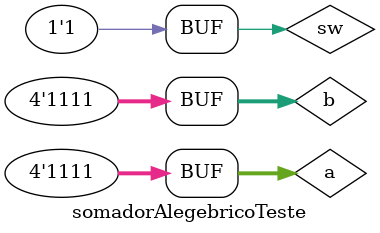
<source format=v>
module comp1(s, a);
	output [3:0]s;
	input  [3:0]a;

	not A(s[0], a[0]);
	not B(s[1], a[1]);
	not C(s[2], a[2]);
	not D(s[3], a[3]);
endmodule

// ----------------------------------------------
// -- SOMA 1 A SAIDA DO CIRCUITO
// ----------------------------------------------
module somadorDe1(s, c, a);
	output s;
	output c;
	input  a;
	
	wire x1, x2;
	
	not N(x1, a);
	or  C(x2, x1, a);
	and A(c, x2, a);
	xor B(s, x2, a);
endmodule
// ----------------------------------------------
// -- HALF ADDER CONVENCIONAL
// ----------------------------------------------
module halfAdder(s, c, a, b);
	output s;
	output c;
	input  a;
	input  b;
	
	and A(c, a, b);
	xor B(s, a, b);
endmodule
// ----------------------------------------------
// -- COMPLEMENTO DE 2 COM 4 BITS
// ----------------------------------------------
module comp2(s, co, a);
	 output [3:0]s;
	 output  	co;
	 input  [3:0]a;
	 
	 wire [3:0]x;
	 wire [2:0]c;
	 comp1 COMP1(x, a);
	 somadorDe1 		  ADD  (s[0], c[0], x[0]);
	 halfAdder					A(s[1], c[1], x[1], c[0]);
	 halfAdder					B(s[2], c[2], x[2], c[1]);
	 halfAdder					C(s[3],   co, x[3], c[2]);
endmodule

// ---------------------------
// -- HALF ADDER
// ---------------------------
module halfAdder2(output s,
					  output carryOut,
						input a,
						input carryIn);
	xor A(carryOut, carryIn, a);
	and B(s, a, carryIn);
endmodule

// ---------------------------
// -- FULL ADDER
// ---------------------------
module fullAdder2(output s,
					  output carryOut,
					  input carryIn,
					  input a,
					  input b);
	
	wire c0, s0, s1;
	halfAdder2 A(s0, c0, a, carryIn);
	halfAdder2 B(s1, s, b, c0 );
	or 		 C(carryOut, s0, s1);
endmodule

// ---------------------------
// -- FULL ADDER 4Bits
// ---------------------------
module fullAdder4B(output [3:0]s,
						 output co,
							input[3:0]a,
							input[3:0]b,
							input ci);
	wire [2:0]c;
	fullAdder2 A(s[0], c[0], ci, b[0], a[0]);
	fullAdder2 B(s[1], c[1], c[0], a[1], b[1]);
	fullAdder2 C(s[2], c[2], c[1], a[2], b[2]);
	fullAdder2 D(s[3],   co, c[2], a[3], b[3]);

endmodule

// ----------------------------------------------
// -- Switch_2op_4Bits
// ----------------------------------------------
module switch(s, a , b, sw);
	output [3:0]s;
	input  [3:0]a;
	input  [3:0]b;
	input 	  sw;
	
	wire x0, x1, x2, x3;
	wire y0, y1, y2, y3, y4, y5, y6, y7;
	
	not N0(x0, sw);
	not N1(x1, sw);
	not N2(x2, sw);
	not N3(x3, sw);
	and  A(y0, x0, a[3]);
	and  B(y1, sw, b[3]);
	and  C(y2, x1, a[2]);
	and  D(y3, sw, b[2]);
	and  E(y4, x2, a[1]);
	and  F(y5, sw, b[1]);
	and  G(y6, x3, a[0]);
	and  H(y7, sw, b[0]);
	or	  I(s[3], y0, y1);
	or   J(s[2], y2, y3);
	or   K(s[1], y4, y5);
	or   L(s[0], y6, y7);
endmodule // -- fim modulo

// ----------------------------------------------
// -- ZERADOR DE BITS
// ----------------------------------------------
module zerador(s, a);
	output s;
	input  a;
	
	wire x;
	
	not N(x, a);
	and A(s, x, a);
endmodule // -- fim modulo

// ----------------------------------------------
// -- SOMADOR ALGEBRICO PARA 4 BITS
// ----------------------------------------------
module somadorAlgebrico(s, co, a, b, sw);
// -- Variaveis de entrada do modulo
	output [3:0]s;
	output 	  co;
	input  [3:0]a;
	input  [3:0]b;
	input  	  sw;

// -- conexoes auxiliares
	wire  [3:0]scomp;
	wire  [3:0]smux4;
	wire	bdC2;
	wire  cOut;
	wire  cIn;
	wire 	x;
// -- circuitos do modulo
	comp2 		COMP2(scomp, co, b);
	zerador		ZBIT1(x, bdC2); 	
	switch		MUX4B(smux4, b, scomp, sw);
	zerador		ZBIT2(cIn, sw);
	fullAdder4B ADDER(s, cOut, a, smux4, cIn);	
endmodule // -- fim modulo


// ----------------------------------------------
// -- MODULO DE TESTES
// ----------------------------------------------
module somadorAlegebricoTeste;
	reg  [3:0]a;
	reg  [3:0]b;
	reg 		sw;
	wire 		co;
	wire [3:0]s;
	
	
	somadorAlgebrico A(s, co, a, b, sw);
	
	initial begin:start
		a  = 4'b0000;
		b  = 4'b0000;
		sw = 0;
	end
	
	initial begin
		$display("-------------------------------");
		$display("Exemplo0031 - SOMADOR ALGEBRICO");
		$display("Alexandre Palmieri Sad - 440265");
		$display("-------------------------------");
		
		$monitor("\t%4b + %4b = %4b", a, b, s);
		
	#1
		a = 4'b0001; b = 4'b0001;
	#1
		a = 4'b0001; b = 4'b0000;	
	#1
		a = 4'b0001; b = 4'b0010;
	#1
		a = 4'b0001; b = 4'b0011;
	#1
		a = 4'b0001; b = 4'b0100;
	#1
		a = 4'b0001; b = 4'b0101;
	#1
		a = 4'b0001; b = 4'b0110;
	#1
		a = 4'b0001; b = 4'b0111;
	#1
		a = 4'b0001; b = 4'b1000;
// -- 8		
	#1
		a = 4'b0010; b = 4'b0001;
	#1
		a = 4'b0010; b = 4'b0000;	
	#1
		a = 4'b0010; b = 4'b0010;
	#1
		a = 4'b0010; b = 4'b0011;
	#1
		a = 4'b0010; b = 4'b0100;
	#1
		a = 4'b0010; b = 4'b0101;
	#1
		a = 4'b0010; b = 4'b0110;
	#1
		a = 4'b0010; b = 4'b0111;
	#1
		a = 4'b0010; b = 4'b1000;
// -- 16		
	#1
		a = 4'b0011; b = 4'b0001;
	#1
		a = 4'b0011; b = 4'b0000;	
	#1
		a = 4'b0011; b = 4'b0010;
	#1
		a = 4'b0011; b = 4'b0011;
	#1
		a = 4'b0011; b = 4'b0100;
	#1
		a = 4'b0011; b = 4'b0101;
	#1
		a = 4'b0011; b = 4'b0110;
	#1
		a = 4'b0011; b = 4'b0111;
	#1
		a = 4'b0011; b = 4'b1000;
// -- 32		
	#1
		a = 4'b0100; b = 4'b0001;
	#1
		a = 4'b0100; b = 4'b0000;	
	#1
		a = 4'b0100; b = 4'b0010;
	#1
		a = 4'b0100; b = 4'b0011;
	#1
		a = 4'b0100; b = 4'b0100;
	#1
		a = 4'b0100; b = 4'b0101;
	#1
		a = 4'b0100; b = 4'b0110;
	#1
		a = 4'b0100; b = 4'b0111;
	#1
		a = 4'b0100; b = 4'b1000;
	#1
		a = 4'b1111; b = 4'b1111;
	#1
		sw = 1;
	$display("-------------------------------");
	$monitor("\t%4b - %4b = %4b", a, b, s);
// -- teste com o switch para subtracao
	#1
		a = 4'b0001; b = 4'b0001;
	#1
		a = 4'b0001; b = 4'b0000;	
	#1
		a = 4'b0001; b = 4'b0010;
	#1
		a = 4'b0001; b = 4'b0011;
	#1
		a = 4'b0001; b = 4'b0100;
	#1
		a = 4'b0001; b = 4'b0101;
	#1
		a = 4'b0001; b = 4'b0110;
	#1
		a = 4'b0001; b = 4'b0111;
	#1
		a = 4'b0001; b = 4'b1000;
// -- 8		
	#1
		a = 4'b0010; b = 4'b0001;
	#1
		a = 4'b0010; b = 4'b0000;	
	#1
		a = 4'b0010; b = 4'b0010;
	#1
		a = 4'b0010; b = 4'b0011;
	#1
		a = 4'b0010; b = 4'b0100;
	#1
		a = 4'b0010; b = 4'b0101;
	#1
		a = 4'b0010; b = 4'b0110;
	#1
		a = 4'b0010; b = 4'b0111;
	#1
		a = 4'b0010; b = 4'b1000;
// -- 16		
	#1
		a = 4'b0011; b = 4'b0001;
	#1
		a = 4'b0011; b = 4'b0000;	
	#1
		a = 4'b0011; b = 4'b0010;
	#1
		a = 4'b0011; b = 4'b0011;
	#1
		a = 4'b0011; b = 4'b0100;
	#1
		a = 4'b0011; b = 4'b0101;
	#1
		a = 4'b0011; b = 4'b0110;
	#1
		a = 4'b0011; b = 4'b0111;
	#1
		a = 4'b0011; b = 4'b1000;
// -- 32		
	#1
		a = 4'b0100; b = 4'b0001;
	#1
		a = 4'b0100; b = 4'b0000;	
	#1
		a = 4'b0100; b = 4'b0010;
	#1
		a = 4'b0100; b = 4'b0011;
	#1
		a = 4'b0100; b = 4'b0100;
	#1
		a = 4'b0100; b = 4'b0101;
	#1
		a = 4'b0100; b = 4'b0110;
	#1
		a = 4'b0100; b = 4'b0111;
	#1
		a = 4'b0100; b = 4'b1000;
	#1
		a = 4'b1111; b = 4'b1111;		
	end
endmodule



</source>
